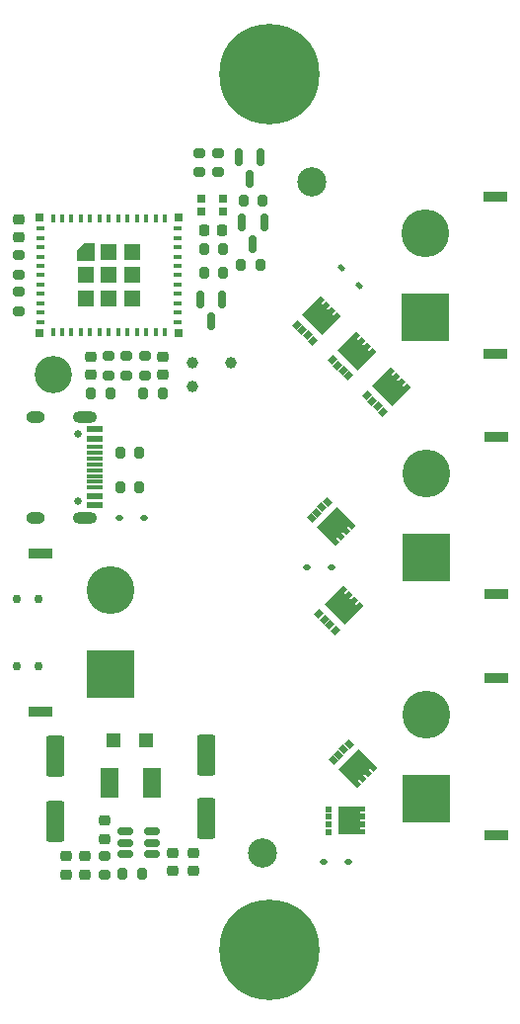
<source format=gbr>
%TF.GenerationSoftware,KiCad,Pcbnew,8.0.0*%
%TF.CreationDate,2024-05-13T20:24:03+10:00*%
%TF.ProjectId,JonoBro,4a6f6e6f-4272-46f2-9e6b-696361645f70,0.2*%
%TF.SameCoordinates,Original*%
%TF.FileFunction,Soldermask,Top*%
%TF.FilePolarity,Negative*%
%FSLAX46Y46*%
G04 Gerber Fmt 4.6, Leading zero omitted, Abs format (unit mm)*
G04 Created by KiCad (PCBNEW 8.0.0) date 2024-05-13 20:24:03*
%MOMM*%
%LPD*%
G01*
G04 APERTURE LIST*
G04 Aperture macros list*
%AMRoundRect*
0 Rectangle with rounded corners*
0 $1 Rounding radius*
0 $2 $3 $4 $5 $6 $7 $8 $9 X,Y pos of 4 corners*
0 Add a 4 corners polygon primitive as box body*
4,1,4,$2,$3,$4,$5,$6,$7,$8,$9,$2,$3,0*
0 Add four circle primitives for the rounded corners*
1,1,$1+$1,$2,$3*
1,1,$1+$1,$4,$5*
1,1,$1+$1,$6,$7*
1,1,$1+$1,$8,$9*
0 Add four rect primitives between the rounded corners*
20,1,$1+$1,$2,$3,$4,$5,0*
20,1,$1+$1,$4,$5,$6,$7,0*
20,1,$1+$1,$6,$7,$8,$9,0*
20,1,$1+$1,$8,$9,$2,$3,0*%
%AMRotRect*
0 Rectangle, with rotation*
0 The origin of the aperture is its center*
0 $1 length*
0 $2 width*
0 $3 Rotation angle, in degrees counterclockwise*
0 Add horizontal line*
21,1,$1,$2,0,0,$3*%
%AMFreePoly0*
4,1,17,1.371000,0.719999,0.950000,0.719999,0.950000,0.579999,1.370000,0.580000,1.370000,0.080000,0.950000,0.080000,0.950000,-0.080000,1.370000,-0.080000,1.370000,-0.580000,0.950000,-0.579999,0.950000,-0.719999,1.370000,-0.720000,1.370000,-1.225000,-0.950000,-1.225000,-0.950000,1.225000,1.371000,1.225000,1.371000,0.719999,1.371000,0.719999,$1*%
%AMFreePoly1*
4,1,6,0.725000,-0.725000,-0.725000,-0.725000,-0.725000,0.125000,-0.125000,0.725000,0.725000,0.725000,0.725000,-0.725000,0.725000,-0.725000,$1*%
G04 Aperture macros list end*
%ADD10RoundRect,0.200000X0.200000X0.275000X-0.200000X0.275000X-0.200000X-0.275000X0.200000X-0.275000X0*%
%ADD11RoundRect,0.200000X0.275000X-0.200000X0.275000X0.200000X-0.275000X0.200000X-0.275000X-0.200000X0*%
%ADD12RoundRect,0.225000X-0.225000X-0.250000X0.225000X-0.250000X0.225000X0.250000X-0.225000X0.250000X0*%
%ADD13RoundRect,0.225000X0.250000X-0.225000X0.250000X0.225000X-0.250000X0.225000X-0.250000X-0.225000X0*%
%ADD14RotRect,0.630000X0.500000X45.000000*%
%ADD15FreePoly0,45.000000*%
%ADD16C,0.900000*%
%ADD17C,8.600000*%
%ADD18RoundRect,0.225000X-0.250000X0.225000X-0.250000X-0.225000X0.250000X-0.225000X0.250000X0.225000X0*%
%ADD19C,2.500000*%
%ADD20C,1.000000*%
%ADD21RoundRect,0.200000X-0.200000X-0.275000X0.200000X-0.275000X0.200000X0.275000X-0.200000X0.275000X0*%
%ADD22R,0.700000X0.700000*%
%ADD23RoundRect,0.200000X-0.275000X0.200000X-0.275000X-0.200000X0.275000X-0.200000X0.275000X0.200000X0*%
%ADD24C,0.650000*%
%ADD25R,1.450000X0.600000*%
%ADD26R,1.450000X0.300000*%
%ADD27O,2.100000X1.000000*%
%ADD28O,1.600000X1.000000*%
%ADD29R,0.630000X0.500000*%
%ADD30FreePoly0,0.000000*%
%ADD31RoundRect,0.250000X0.550000X-1.500000X0.550000X1.500000X-0.550000X1.500000X-0.550000X-1.500000X0*%
%ADD32C,3.200000*%
%ADD33R,1.200000X1.200000*%
%ADD34RotRect,0.630000X0.500000X315.000000*%
%ADD35FreePoly0,315.000000*%
%ADD36R,2.000000X0.900000*%
%ADD37R,4.100000X4.100000*%
%ADD38C,4.100000*%
%ADD39RoundRect,0.150000X-0.150000X0.587500X-0.150000X-0.587500X0.150000X-0.587500X0.150000X0.587500X0*%
%ADD40RoundRect,0.112500X-0.212132X0.053033X0.053033X-0.212132X0.212132X-0.053033X-0.053033X0.212132X0*%
%ADD41R,0.800000X0.400000*%
%ADD42R,0.400000X0.800000*%
%ADD43FreePoly1,0.000000*%
%ADD44R,1.450000X1.450000*%
%ADD45RoundRect,0.150000X-0.512500X-0.150000X0.512500X-0.150000X0.512500X0.150000X-0.512500X0.150000X0*%
%ADD46RoundRect,0.112500X-0.187500X-0.112500X0.187500X-0.112500X0.187500X0.112500X-0.187500X0.112500X0*%
%ADD47RoundRect,0.112500X0.187500X0.112500X-0.187500X0.112500X-0.187500X-0.112500X0.187500X-0.112500X0*%
%ADD48R,1.500000X2.500000*%
%ADD49C,0.750000*%
G04 APERTURE END LIST*
D10*
%TO.C,R13*%
X11226472Y37400000D03*
X9576472Y37400000D03*
%TD*%
D11*
%TO.C,R19*%
X11741404Y44030268D03*
X11741404Y45680268D03*
%TD*%
D12*
%TO.C,C11*%
X16825000Y56450000D03*
X18375000Y56450000D03*
%TD*%
D13*
%TO.C,C9*%
X13296697Y44079327D03*
X13296697Y45629327D03*
%TD*%
D14*
%TO.C,Q10*%
X24765301Y48361765D03*
X25217849Y47909216D03*
X25684539Y47442526D03*
X26137088Y46989978D03*
D15*
X26741664Y48966341D03*
%TD*%
D11*
%TO.C,R8*%
X18000000Y61425000D03*
X18000000Y63075000D03*
%TD*%
D16*
%TO.C,H4*%
X19150000Y-5150000D03*
X20094581Y-2869581D03*
X20094581Y-7430419D03*
X22375000Y-1925000D03*
D17*
X22375000Y-5150000D03*
D16*
X22375000Y-8375000D03*
X24655419Y-2869581D03*
X24655419Y-7430419D03*
X25600000Y-5150000D03*
%TD*%
D18*
%TO.C,C7*%
X4956798Y2833571D03*
X4956798Y1283571D03*
%TD*%
D19*
%TO.C,H1*%
X26000000Y60625000D03*
%TD*%
%TO.C,H2*%
X21850000Y3100000D03*
%TD*%
D20*
%TO.C,TP8*%
X19100000Y45100000D03*
%TD*%
D21*
%TO.C,R15*%
X19975000Y53475000D03*
X21625000Y53475000D03*
%TD*%
D22*
%TO.C,D2*%
X18415000Y58085000D03*
X18415000Y59185000D03*
X16585000Y59185000D03*
X16585000Y58085000D03*
%TD*%
D23*
%TO.C,R1*%
X8229310Y2882093D03*
X8229310Y1232093D03*
%TD*%
D24*
%TO.C,J6*%
X6001472Y39040000D03*
X6001472Y33260000D03*
D25*
X7446472Y39400000D03*
X7446472Y38600000D03*
D26*
X7446472Y37400000D03*
X7446472Y36400000D03*
X7446472Y35900000D03*
X7446472Y34900000D03*
D25*
X7446472Y33700000D03*
X7446472Y32900000D03*
X7446472Y32900000D03*
X7446472Y33700000D03*
D26*
X7446472Y34400000D03*
X7446472Y35400000D03*
X7446472Y36900000D03*
X7446472Y37900000D03*
D25*
X7446472Y38600000D03*
X7446472Y39400000D03*
D27*
X6531472Y40470000D03*
D28*
X2351472Y40470000D03*
D27*
X6531472Y31830000D03*
D28*
X2351472Y31830000D03*
%TD*%
D11*
%TO.C,R9*%
X16400000Y61425000D03*
X16400000Y63075000D03*
%TD*%
D29*
%TO.C,Q6*%
X27450000Y6860000D03*
X27450000Y6220000D03*
X27450000Y5560000D03*
X27450000Y4920000D03*
D30*
X29275000Y5890000D03*
%TD*%
D11*
%TO.C,R7*%
X10166093Y44025000D03*
X10166093Y45675000D03*
%TD*%
D31*
%TO.C,C5*%
X4000000Y5800000D03*
X4000000Y11400000D03*
%TD*%
%TO.C,C1*%
X17000000Y6100000D03*
X17000000Y11500000D03*
%TD*%
D16*
%TO.C,H3*%
X19155419Y69819581D03*
X20100000Y72100000D03*
X20100000Y67539162D03*
X22380419Y73044581D03*
D17*
X22380419Y69819581D03*
D16*
X22380419Y66594581D03*
X24660838Y72100000D03*
X24660838Y67539162D03*
X25605419Y69819581D03*
%TD*%
D21*
%TO.C,R12*%
X11591093Y42455364D03*
X13241093Y42455364D03*
%TD*%
D32*
%TO.C,TP3*%
X3850000Y44052432D03*
%TD*%
D13*
%TO.C,C8*%
X896494Y55825000D03*
X896494Y57375000D03*
%TD*%
D21*
%TO.C,R17*%
X16775000Y52800000D03*
X18425000Y52800000D03*
%TD*%
D33*
%TO.C,D1*%
X11800000Y12800000D03*
X9000000Y12800000D03*
%TD*%
D14*
%TO.C,Q9*%
X26665301Y23561765D03*
X27117849Y23109216D03*
X27584539Y22642526D03*
X28037088Y22189978D03*
D15*
X28641664Y24166341D03*
%TD*%
D14*
%TO.C,Q3*%
X30777396Y42275585D03*
X31229944Y41823036D03*
X31696634Y41356346D03*
X32149183Y40903798D03*
D15*
X32753759Y42880161D03*
%TD*%
D34*
%TO.C,Q8*%
X27371787Y33171786D03*
X26919238Y32719238D03*
X26452548Y32252548D03*
X26000000Y31799999D03*
D35*
X27976363Y31195423D03*
%TD*%
D18*
%TO.C,C3*%
X14100000Y3125000D03*
X14100000Y1575000D03*
%TD*%
D23*
%TO.C,R5*%
X897661Y51175000D03*
X897661Y49525000D03*
%TD*%
D10*
%TO.C,R11*%
X8741093Y42455364D03*
X7091093Y42455364D03*
%TD*%
D36*
%TO.C,J1*%
X41850000Y38750000D03*
X41850000Y25250000D03*
D37*
X35850000Y28400000D03*
D38*
X35850000Y35600000D03*
%TD*%
D39*
%TO.C,Q4*%
X18350000Y50537500D03*
X16450000Y50537500D03*
X17400000Y48662500D03*
%TD*%
D36*
%TO.C,J3*%
X41800000Y59350000D03*
X41800000Y45850000D03*
D37*
X35800000Y49000000D03*
D38*
X35800000Y56200000D03*
%TD*%
D40*
%TO.C,D4*%
X28607538Y53222462D03*
X30092462Y51737538D03*
%TD*%
D41*
%TO.C,U2*%
X2725000Y56600000D03*
X2725000Y55800000D03*
X2725000Y55000000D03*
X2725000Y54200000D03*
X2725000Y53400000D03*
X2725000Y52600000D03*
X2725000Y51800000D03*
X2725000Y51000000D03*
X2725000Y50200000D03*
X2725000Y49400000D03*
X2725000Y48600000D03*
D42*
X3825000Y47700000D03*
X4625000Y47700000D03*
X5425000Y47700000D03*
X6225000Y47700000D03*
X7025000Y47700000D03*
X7825000Y47700000D03*
X8625000Y47700000D03*
X9425000Y47700000D03*
X10225000Y47700000D03*
X11025000Y47700000D03*
X11825000Y47700000D03*
X12625000Y47700000D03*
X13425000Y47700000D03*
D41*
X14525000Y48600000D03*
X14525000Y49400000D03*
X14525000Y50200000D03*
X14525000Y51000000D03*
X14525000Y51800000D03*
X14525000Y52600000D03*
X14525000Y53400000D03*
X14525000Y54200000D03*
X14525000Y55000000D03*
X14525000Y55800000D03*
X14525000Y56600000D03*
D42*
X13425000Y57500000D03*
X12625000Y57500000D03*
X11825000Y57500000D03*
X11025000Y57500000D03*
X10225000Y57500000D03*
X9425000Y57500000D03*
X8625000Y57500000D03*
X7825000Y57500000D03*
X7025000Y57500000D03*
X6225000Y57500000D03*
X5425000Y57500000D03*
X4625000Y57500000D03*
X3825000Y57500000D03*
D43*
X6650000Y54575000D03*
D44*
X6650000Y52600000D03*
X6650000Y50625000D03*
X8625000Y54575000D03*
X8625000Y52600000D03*
X8625000Y50625000D03*
X10600000Y54575000D03*
X10600000Y52600000D03*
X10600000Y50625000D03*
D22*
X14575000Y57550000D03*
X14575000Y47650000D03*
X2675000Y47650000D03*
X2675000Y57550000D03*
%TD*%
D21*
%TO.C,R2*%
X9804309Y1303044D03*
X11454309Y1303044D03*
%TD*%
D18*
%TO.C,C10*%
X7091704Y45618967D03*
X7091704Y44068967D03*
%TD*%
D13*
%TO.C,C4*%
X8229310Y4325000D03*
X8229310Y5875000D03*
%TD*%
D36*
%TO.C,J2*%
X41850000Y18100000D03*
X41850000Y4600000D03*
D37*
X35850000Y7750000D03*
D38*
X35850000Y14950000D03*
%TD*%
D39*
%TO.C,Q2*%
X21675000Y62712500D03*
X19775000Y62712500D03*
X20725000Y60837500D03*
%TD*%
D45*
%TO.C,U1*%
X10062539Y4945409D03*
X10062539Y3995409D03*
X10062539Y3045409D03*
X12337539Y3045409D03*
X12337539Y3995409D03*
X12337539Y4945409D03*
%TD*%
D46*
%TO.C,D6*%
X27050000Y2350000D03*
X29150000Y2350000D03*
%TD*%
D34*
%TO.C,Q5*%
X29237088Y12410022D03*
X28784539Y11957474D03*
X28317849Y11490784D03*
X27865301Y11038235D03*
D35*
X29841664Y10433659D03*
%TD*%
D18*
%TO.C,C6*%
X6604021Y2833571D03*
X6604021Y1283571D03*
%TD*%
D47*
%TO.C,D5*%
X11650000Y31850000D03*
X9550000Y31850000D03*
%TD*%
D39*
%TO.C,Q7*%
X21950000Y57162500D03*
X20050000Y57162500D03*
X21000000Y55287500D03*
%TD*%
D48*
%TO.C,L1*%
X12350000Y9100000D03*
X8650000Y9100000D03*
%TD*%
D46*
%TO.C,D7*%
X25600000Y27600000D03*
X27700000Y27600000D03*
%TD*%
D18*
%TO.C,C2*%
X15850000Y3125000D03*
X15850000Y1575000D03*
%TD*%
D20*
%TO.C,TP1*%
X15800000Y43100000D03*
%TD*%
%TO.C,TP2*%
X15800000Y45100000D03*
%TD*%
D23*
%TO.C,R10*%
X902795Y54314761D03*
X902795Y52664761D03*
%TD*%
D11*
%TO.C,R4*%
X8613939Y44017315D03*
X8613939Y45667315D03*
%TD*%
D10*
%TO.C,R14*%
X11226472Y34400000D03*
X9576472Y34400000D03*
%TD*%
%TO.C,R16*%
X18425000Y54800000D03*
X16775000Y54800000D03*
%TD*%
D21*
%TO.C,R18*%
X20200000Y59000000D03*
X21850000Y59000000D03*
%TD*%
D36*
%TO.C,J4*%
X2800000Y15250000D03*
X2800000Y28750000D03*
D37*
X8800000Y18400000D03*
D38*
X8800000Y25600000D03*
%TD*%
D14*
%TO.C,Q1*%
X27789978Y45337088D03*
X28242526Y44884539D03*
X28709216Y44417849D03*
X29161765Y43965301D03*
D15*
X29766341Y45941664D03*
%TD*%
D49*
%TO.C,SW2*%
X2555000Y19100000D03*
X730000Y19100000D03*
%TD*%
%TO.C,SW1*%
X2550000Y24900000D03*
X725000Y24900000D03*
%TD*%
M02*

</source>
